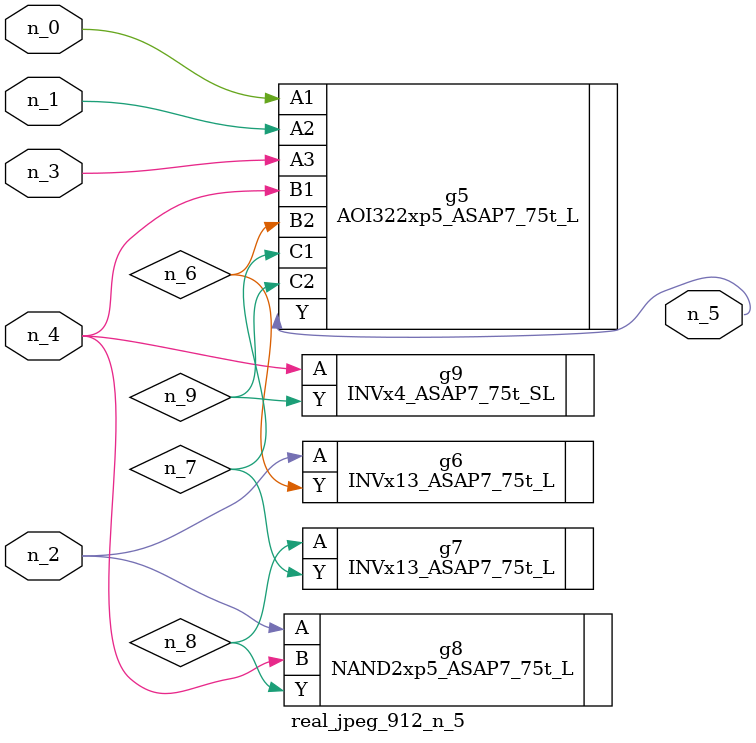
<source format=v>
module real_jpeg_912_n_5 (n_4, n_0, n_1, n_2, n_3, n_5);

input n_4;
input n_0;
input n_1;
input n_2;
input n_3;

output n_5;

wire n_8;
wire n_6;
wire n_7;
wire n_9;

AOI322xp5_ASAP7_75t_L g5 ( 
.A1(n_0),
.A2(n_1),
.A3(n_3),
.B1(n_4),
.B2(n_6),
.C1(n_7),
.C2(n_9),
.Y(n_5)
);

INVx13_ASAP7_75t_L g6 ( 
.A(n_2),
.Y(n_6)
);

NAND2xp5_ASAP7_75t_L g8 ( 
.A(n_2),
.B(n_4),
.Y(n_8)
);

INVx4_ASAP7_75t_SL g9 ( 
.A(n_4),
.Y(n_9)
);

INVx13_ASAP7_75t_L g7 ( 
.A(n_8),
.Y(n_7)
);


endmodule
</source>
